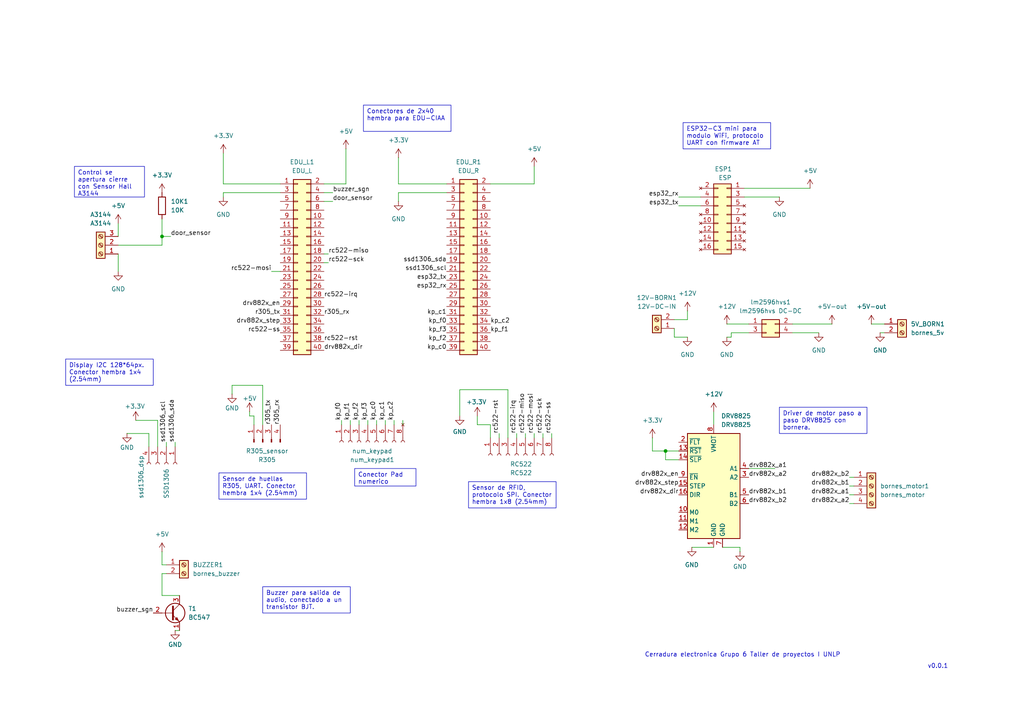
<source format=kicad_sch>
(kicad_sch (version 20250114) (generator "eeschema") (generator_version "9.0")
  (paper "A4")
  (lib_symbols
    (symbol "Conn_01x08_Socket_1" (pin_names (offset 1.016) (hide yes))
      (property "Reference" "Keypad1" (at 5.08 -1.27 90))
      (property "Value" "num_keypad" (at 2.54 -1.27 90))
      (symbol "Conn_01x08_Socket_1_1_1"
        (polyline (pts (xy -1.27 7.62) (xy -0.508 7.62)) (stroke (width 0.1524)))
        (polyline (pts (xy -1.27 5.08) (xy -0.508 5.08)) (stroke (width 0.1524)))
        (polyline (pts (xy -1.27 2.54) (xy -0.508 2.54)) (stroke (width 0.1524)))
        (polyline (pts (xy -1.27 0) (xy -0.508 0)) (stroke (width 0.1524)))
        (polyline (pts (xy -1.27 -2.54) (xy -0.508 -2.54)) (stroke (width 0.1524)))
        (polyline (pts (xy -1.27 -5.08) (xy -0.508 -5.08)) (stroke (width 0.1524)))
        (polyline (pts (xy -1.27 -7.62) (xy -0.508 -7.62)) (stroke (width 0.1524)))
        (polyline (pts (xy -1.27 -10.16) (xy -0.508 -10.16)) (stroke (width 0.1524)))
        (arc (start 0 7.112) (mid -0.5058 7.62) (end 0 8.128) (stroke (width 0.1524)))
        (arc (start 0 4.572) (mid -0.5058 5.08) (end 0 5.588) (stroke (width 0.1524)))
        (arc (start 0 2.032) (mid -0.5058 2.54) (end 0 3.048) (stroke (width 0.1524)))
        (arc (start 0 -0.508) (mid -0.5058 0) (end 0 0.508) (stroke (width 0.1524)))
        (arc (start 0 -3.048) (mid -0.5058 -2.54) (end 0 -2.032) (stroke (width 0.1524)))
        (arc (start 0 -5.588) (mid -0.5058 -5.08) (end 0 -4.572) (stroke (width 0.1524)))
        (arc (start 0 -8.128) (mid -0.5058 -7.62) (end 0 -7.112) (stroke (width 0.1524)))
        (arc (start 0 -10.668) (mid -0.5058 -10.16) (end 0 -9.652) (stroke (width 0.1524)))
        (pin passive line (at -5.08 7.62 0) (length 3.81) (name "F0") (number "1"))
        (pin passive line (at -5.08 5.08 0) (length 3.81) (name "F1") (number "2"))
        (pin passive line (at -5.08 2.54 0) (length 3.81) (name "F2") (number "3"))
        (pin passive line (at -5.08 0 0) (length 3.81) (name "F3") (number "4"))
        (pin passive line (at -5.08 -2.54 0) (length 3.81) (name "C0") (number "5"))
        (pin passive line (at -5.08 -5.08 0) (length 3.81) (name "C1") (number "6"))
        (pin passive line (at -5.08 -7.62 0) (length 3.81) (name "C2") (number "7"))
        (pin no_connect line (at -5.08 -10.16 0) (length 3.81) (name "Pin_8") (number "8"))
      )
    )
    (symbol "Connector:Conn_01x04_Pin" (pin_names (offset 1.016) (hide yes))
      (property "Reference" "R305" (at -5.08 -1.27 90))
      (property "Value" "R305_sensor" (at -2.54 -1.27 90))
      (symbol "Conn_01x04_Pin_1_1"
        (rectangle (start 0.8636 2.667) (end 0 2.413) (stroke (width 0.1524)) (fill (type outline)))
        (rectangle (start 0.8636 0.127) (end 0 -0.127) (stroke (width 0.1524)) (fill (type outline)))
        (rectangle (start 0.8636 -2.413) (end 0 -2.667) (stroke (width 0.1524)) (fill (type outline)))
        (rectangle (start 0.8636 -4.953) (end 0 -5.207) (stroke (width 0.1524)) (fill (type outline)))
        (polyline (pts (xy 1.27 2.54) (xy 0.8636 2.54)) (stroke (width 0.1524)))
        (polyline (pts (xy 1.27 0) (xy 0.8636 0)) (stroke (width 0.1524)))
        (polyline (pts (xy 1.27 -2.54) (xy 0.8636 -2.54)) (stroke (width 0.1524)))
        (polyline (pts (xy 1.27 -5.08) (xy 0.8636 -5.08)) (stroke (width 0.1524)))
        (pin passive line (at 5.08 2.54 180) (length 3.81) (name "5v") (number "1"))
        (pin passive line (at 5.08 0 180) (length 3.81) (name "GND") (number "2"))
        (pin passive line (at 5.08 -2.54 180) (length 3.81) (name "TX") (number "3"))
        (pin passive line (at 5.08 -5.08 180) (length 3.81) (name "RX") (number "4"))
      )
    )
    (symbol "Connector:Conn_01x04_Socket" (pin_names (offset 1.016) (hide yes))
      (property "Reference" "SSD1306" (at 1.27 0.0001 0))
      (property "Value" "ssd1306_dsp" (at -2.54 -7.366 0))
      (symbol "Conn_01x04_Socket_1_1"
        (polyline (pts (xy -1.27 2.54) (xy -0.508 2.54)) (stroke (width 0.1524)))
        (polyline (pts (xy -1.27 0) (xy -0.508 0)) (stroke (width 0.1524)))
        (polyline (pts (xy -1.27 -2.54) (xy -0.508 -2.54)) (stroke (width 0.1524)))
        (polyline (pts (xy -1.27 -5.08) (xy -0.508 -5.08)) (stroke (width 0.1524)))
        (arc (start 0 2.032) (mid -0.5058 2.54) (end 0 3.048) (stroke (width 0.1524)))
        (arc (start 0 -0.508) (mid -0.5058 0) (end 0 0.508) (stroke (width 0.1524)))
        (arc (start 0 -3.048) (mid -0.5058 -2.54) (end 0 -2.032) (stroke (width 0.1524)))
        (arc (start 0 -5.588) (mid -0.5058 -5.08) (end 0 -4.572) (stroke (width 0.1524)))
        (pin passive line (at -5.08 2.54 0) (length 3.81) (name "sda") (number "1"))
        (pin passive line (at -5.08 0 0) (length 3.81) (name "scl") (number "2"))
        (pin passive line (at -5.08 -2.54 0) (length 3.81) (name "3v") (number "3"))
        (pin passive line (at -5.08 -5.08 0) (length 3.81) (name "gnd") (number "4"))
      )
    )
    (symbol "Connector:Conn_01x08_Socket" (pin_names (offset 1.016) (hide yes))
      (property "Reference" "J" (at 0 10.16 0))
      (property "Value" "Conn_01x08_Socket" (at 0 -12.7 0))
      (symbol "Conn_01x08_Socket_1_1"
        (polyline (pts (xy -1.27 7.62) (xy -0.508 7.62)) (stroke (width 0.1524)))
        (polyline (pts (xy -1.27 5.08) (xy -0.508 5.08)) (stroke (width 0.1524)))
        (polyline (pts (xy -1.27 2.54) (xy -0.508 2.54)) (stroke (width 0.1524)))
        (polyline (pts (xy -1.27 0) (xy -0.508 0)) (stroke (width 0.1524)))
        (polyline (pts (xy -1.27 -2.54) (xy -0.508 -2.54)) (stroke (width 0.1524)))
        (polyline (pts (xy -1.27 -5.08) (xy -0.508 -5.08)) (stroke (width 0.1524)))
        (polyline (pts (xy -1.27 -7.62) (xy -0.508 -7.62)) (stroke (width 0.1524)))
        (polyline (pts (xy -1.27 -10.16) (xy -0.508 -10.16)) (stroke (width 0.1524)))
        (arc (start 0 7.112) (mid -0.5058 7.62) (end 0 8.128) (stroke (width 0.1524)))
        (arc (start 0 4.572) (mid -0.5058 5.08) (end 0 5.588) (stroke (width 0.1524)))
        (arc (start 0 2.032) (mid -0.5058 2.54) (end 0 3.048) (stroke (width 0.1524)))
        (arc (start 0 -0.508) (mid -0.5058 0) (end 0 0.508) (stroke (width 0.1524)))
        (arc (start 0 -3.048) (mid -0.5058 -2.54) (end 0 -2.032) (stroke (width 0.1524)))
        (arc (start 0 -5.588) (mid -0.5058 -5.08) (end 0 -4.572) (stroke (width 0.1524)))
        (arc (start 0 -8.128) (mid -0.5058 -7.62) (end 0 -7.112) (stroke (width 0.1524)))
        (arc (start 0 -10.668) (mid -0.5058 -10.16) (end 0 -9.652) (stroke (width 0.1524)))
        (pin passive line (at -5.08 7.62 0) (length 3.81) (name "Pin_1") (number "1"))
        (pin passive line (at -5.08 5.08 0) (length 3.81) (name "Pin_2") (number "2"))
        (pin passive line (at -5.08 2.54 0) (length 3.81) (name "Pin_3") (number "3"))
        (pin passive line (at -5.08 0 0) (length 3.81) (name "Pin_4") (number "4"))
        (pin passive line (at -5.08 -2.54 0) (length 3.81) (name "Pin_5") (number "5"))
        (pin passive line (at -5.08 -5.08 0) (length 3.81) (name "Pin_6") (number "6"))
        (pin passive line (at -5.08 -7.62 0) (length 3.81) (name "Pin_7") (number "7"))
        (pin passive line (at -5.08 -10.16 0) (length 3.81) (name "Pin_8") (number "8"))
      )
    )
    (symbol "Connector:Screw_Terminal_01x02" (pin_names (offset 1.016) (hide yes))
      (property "Reference" "J" (at 0 2.54 0))
      (property "Value" "Screw_Terminal_01x02" (at 0 -5.08 0))
      (symbol "Screw_Terminal_01x02_1_1"
        (rectangle (start -1.27 1.27) (end 1.27 -3.81) (stroke (width 0.254)) (fill (type background)))
        (polyline (pts (xy -0.5334 0.3302) (xy 0.3302 -0.508)) (stroke (width 0.1524)))
        (polyline (pts (xy -0.5334 -2.2098) (xy 0.3302 -3.048)) (stroke (width 0.1524)))
        (polyline (pts (xy -0.3556 0.508) (xy 0.508 -0.3302)) (stroke (width 0.1524)))
        (polyline (pts (xy -0.3556 -2.032) (xy 0.508 -2.8702)) (stroke (width 0.1524)))
        (circle (center 0 0) (radius 0.635) (stroke (width 0.1524)))
        (circle (center 0 -2.54) (radius 0.635) (stroke (width 0.1524)))
        (pin passive line (at -5.08 0 0) (length 3.81) (name "Pin_1") (number "1"))
        (pin passive line (at -5.08 -2.54 0) (length 3.81) (name "Pin_2") (number "2"))
      )
    )
    (symbol "Connector:Screw_Terminal_01x03" (pin_names (offset 1.016) (hide yes))
      (property "Reference" "J" (at 0 5.08 0))
      (property "Value" "Screw_Terminal_01x03" (at 0 -5.08 0))
      (symbol "Screw_Terminal_01x03_1_1"
        (rectangle (start -1.27 3.81) (end 1.27 -3.81) (stroke (width 0.254)) (fill (type background)))
        (polyline (pts (xy -0.5334 2.8702) (xy 0.3302 2.032)) (stroke (width 0.1524)))
        (polyline (pts (xy -0.5334 0.3302) (xy 0.3302 -0.508)) (stroke (width 0.1524)))
        (polyline (pts (xy -0.5334 -2.2098) (xy 0.3302 -3.048)) (stroke (width 0.1524)))
        (polyline (pts (xy -0.3556 3.048) (xy 0.508 2.2098)) (stroke (width 0.1524)))
        (polyline (pts (xy -0.3556 0.508) (xy 0.508 -0.3302)) (stroke (width 0.1524)))
        (polyline (pts (xy -0.3556 -2.032) (xy 0.508 -2.8702)) (stroke (width 0.1524)))
        (circle (center 0 2.54) (radius 0.635) (stroke (width 0.1524)))
        (circle (center 0 0) (radius 0.635) (stroke (width 0.1524)))
        (circle (center 0 -2.54) (radius 0.635) (stroke (width 0.1524)))
        (pin passive line (at -5.08 2.54 0) (length 3.81) (name "Pin_1") (number "1"))
        (pin passive line (at -5.08 0 0) (length 3.81) (name "Pin_2") (number "2"))
        (pin passive line (at -5.08 -2.54 0) (length 3.81) (name "Pin_3") (number "3"))
      )
    )
    (symbol "Connector:Screw_Terminal_01x04" (pin_names (offset 1.016) (hide yes))
      (property "Reference" "J" (at 0 5.08 0))
      (property "Value" "Screw_Terminal_01x04" (at 0 -7.62 0))
      (symbol "Screw_Terminal_01x04_1_1"
        (rectangle (start -1.27 3.81) (end 1.27 -6.35) (stroke (width 0.254)) (fill (type background)))
        (polyline (pts (xy -0.5334 2.8702) (xy 0.3302 2.032)) (stroke (width 0.1524)))
        (polyline (pts (xy -0.5334 0.3302) (xy 0.3302 -0.508)) (stroke (width 0.1524)))
        (polyline (pts (xy -0.5334 -2.2098) (xy 0.3302 -3.048)) (stroke (width 0.1524)))
        (polyline (pts (xy -0.5334 -4.7498) (xy 0.3302 -5.588)) (stroke (width 0.1524)))
        (polyline (pts (xy -0.3556 3.048) (xy 0.508 2.2098)) (stroke (width 0.1524)))
        (polyline (pts (xy -0.3556 0.508) (xy 0.508 -0.3302)) (stroke (width 0.1524)))
        (polyline (pts (xy -0.3556 -2.032) (xy 0.508 -2.8702)) (stroke (width 0.1524)))
        (polyline (pts (xy -0.3556 -4.572) (xy 0.508 -5.4102)) (stroke (width 0.1524)))
        (circle (center 0 2.54) (radius 0.635) (stroke (width 0.1524)))
        (circle (center 0 0) (radius 0.635) (stroke (width 0.1524)))
        (circle (center 0 -2.54) (radius 0.635) (stroke (width 0.1524)))
        (circle (center 0 -5.08) (radius 0.635) (stroke (width 0.1524)))
        (pin passive line (at -5.08 2.54 0) (length 3.81) (name "Pin_1") (number "1"))
        (pin passive line (at -5.08 0 0) (length 3.81) (name "Pin_2") (number "2"))
        (pin passive line (at -5.08 -2.54 0) (length 3.81) (name "Pin_3") (number "3"))
        (pin passive line (at -5.08 -5.08 0) (length 3.81) (name "Pin_4") (number "4"))
      )
    )
    (symbol "Connector_Generic:Conn_02x02_Odd_Even" (pin_names (offset 1.016) (hide yes))
      (property "Reference" "lm2596hvs1" (at 1.27 6.35 0))
      (property "Value" "lm2596hvs DC-DC" (at 1.27 3.81 0))
      (symbol "Conn_02x02_Odd_Even_1_1"
        (rectangle (start -1.27 1.27) (end 3.81 -3.81) (stroke (width 0.254)) (fill (type background)))
        (rectangle (start -1.27 0.127) (end 0 -0.127) (stroke (width 0.1524)))
        (rectangle (start -1.27 -2.413) (end 0 -2.667) (stroke (width 0.1524)))
        (rectangle (start 3.81 0.127) (end 2.54 -0.127) (stroke (width 0.1524)))
        (rectangle (start 3.81 -2.413) (end 2.54 -2.667) (stroke (width 0.1524)))
        (pin passive line (at -5.08 0 0) (length 3.81) (name "in+") (number "1"))
        (pin passive line (at -5.08 -2.54 0) (length 3.81) (name "in-") (number "3"))
        (pin passive line (at 7.62 0 180) (length 3.81) (name "out+") (number "2"))
        (pin passive line (at 7.62 -2.54 180) (length 3.81) (name "out-") (number "4"))
      )
    )
    (symbol "Connector_Generic:Conn_02x08_Odd_Even" (pin_names (offset 1.016) (hide yes))
      (property "Reference" "ESP" (at 0.254 13.208 0))
      (property "Value" "ESP32_SOCKET" (at 0.762 10.668 0))
      (symbol "Conn_02x08_Odd_Even_1_1"
        (rectangle (start -2.54 7.747) (end -1.27 7.493) (stroke (width 0.1524)))
        (rectangle (start -2.54 5.207) (end -1.27 4.953) (stroke (width 0.1524)))
        (rectangle (start -2.54 2.667) (end -1.27 2.413) (stroke (width 0.1524)))
        (rectangle (start -2.54 0.127) (end -1.27 -0.127) (stroke (width 0.1524)))
        (rectangle (start -2.54 -2.413) (end -1.27 -2.667) (stroke (width 0.1524)))
        (rectangle (start -2.54 -4.953) (end -1.27 -5.207) (stroke (width 0.1524)))
        (rectangle (start -2.54 -7.493) (end -1.27 -7.747) (stroke (width 0.1524)))
        (rectangle (start -2.54 -10.033) (end -1.27 -10.287) (stroke (width 0.1524)))
        (rectangle (start 2.54 8.89) (end -2.54 -11.43) (stroke (width 0.254)) (fill (type background)))
        (rectangle (start 2.54 7.747) (end 1.27 7.493) (stroke (width 0.1524)))
        (rectangle (start 2.54 5.207) (end 1.27 4.953) (stroke (width 0.1524)))
        (rectangle (start 2.54 2.667) (end 1.27 2.413) (stroke (width 0.1524)))
        (rectangle (start 2.54 0.127) (end 1.27 -0.127) (stroke (width 0.1524)))
        (rectangle (start 2.54 -2.413) (end 1.27 -2.667) (stroke (width 0.1524)))
        (rectangle (start 2.54 -4.953) (end 1.27 -5.207) (stroke (width 0.1524)))
        (rectangle (start 2.54 -7.493) (end 1.27 -7.747) (stroke (width 0.1524)))
        (rectangle (start 2.54 -10.033) (end 1.27 -10.287) (stroke (width 0.1524)))
        (pin no_connect line (at -6.35 7.62 0) (length 3.81) (name "Pin_2") (number "2"))
        (pin passive line (at -6.35 5.08 0) (length 3.81) (name "RX") (number "4"))
        (pin passive line (at -6.35 2.54 0) (length 3.81) (name "TX") (number "6"))
        (pin no_connect line (at -6.35 0 0) (length 3.81) (name "Pin_8") (number "8"))
        (pin no_connect line (at -6.35 -2.54 0) (length 3.81) (name "Pin_10") (number "10"))
        (pin no_connect line (at -6.35 -5.08 0) (length 3.81) (name "Pin_12") (number "12"))
        (pin no_connect line (at -6.35 -7.62 0) (length 3.81) (name "Pin_14") (number "14"))
        (pin no_connect line (at -6.35 -10.16 0) (length 3.81) (name "Pin_16") (number "16"))
        (pin passive line (at 6.35 7.62 180) (length 3.81) (name "5v") (number "1"))
        (pin passive line (at 6.35 5.08 180) (length 3.81) (name "G") (number "3"))
        (pin no_connect line (at 6.35 2.54 180) (length 3.81) (name "3v") (number "5"))
        (pin no_connect line (at 6.35 0 180) (length 3.81) (name "Pin_7") (number "7"))
        (pin no_connect line (at 6.35 -2.54 180) (length 3.81) (name "Pin_9") (number "9"))
        (pin no_connect line (at 6.35 -5.08 180) (length 3.81) (name "Pin_11") (number "11"))
        (pin no_connect line (at 6.35 -7.62 180) (length 3.81) (name "Pin_13") (number "13"))
        (pin no_connect line (at 6.35 -10.16 180) (length 3.81) (name "Pin_15") (number "15"))
      )
    )
    (symbol "Connector_Generic:Conn_02x20_Odd_Even" (pin_names (offset 1.016) (hide yes))
      (property "Reference" "J" (at 1.27 25.4 0))
      (property "Value" "Conn_02x20_Odd_Even" (at 1.27 -27.94 0))
      (symbol "Conn_02x20_Odd_Even_1_1"
        (rectangle (start -1.27 24.13) (end 3.81 -26.67) (stroke (width 0.254)) (fill (type background)))
        (rectangle (start -1.27 22.987) (end 0 22.733) (stroke (width 0.1524)))
        (rectangle (start -1.27 20.447) (end 0 20.193) (stroke (width 0.1524)))
        (rectangle (start -1.27 17.907) (end 0 17.653) (stroke (width 0.1524)))
        (rectangle (start -1.27 15.367) (end 0 15.113) (stroke (width 0.1524)))
        (rectangle (start -1.27 12.827) (end 0 12.573) (stroke (width 0.1524)))
        (rectangle (start -1.27 10.287) (end 0 10.033) (stroke (width 0.1524)))
        (rectangle (start -1.27 7.747) (end 0 7.493) (stroke (width 0.1524)))
        (rectangle (start -1.27 5.207) (end 0 4.953) (stroke (width 0.1524)))
        (rectangle (start -1.27 2.667) (end 0 2.413) (stroke (width 0.1524)))
        (rectangle (start -1.27 0.127) (end 0 -0.127) (stroke (width 0.1524)))
        (rectangle (start -1.27 -2.413) (end 0 -2.667) (stroke (width 0.1524)))
        (rectangle (start -1.27 -4.953) (end 0 -5.207) (stroke (width 0.1524)))
        (rectangle (start -1.27 -7.493) (end 0 -7.747) (stroke (width 0.1524)))
        (rectangle (start -1.27 -10.033) (end 0 -10.287) (stroke (width 0.1524)))
        (rectangle (start -1.27 -12.573) (end 0 -12.827) (stroke (width 0.1524)))
        (rectangle (start -1.27 -15.113) (end 0 -15.367) (stroke (width 0.1524)))
        (rectangle (start -1.27 -17.653) (end 0 -17.907) (stroke (width 0.1524)))
        (rectangle (start -1.27 -20.193) (end 0 -20.447) (stroke (width 0.1524)))
        (rectangle (start -1.27 -22.733) (end 0 -22.987) (stroke (width 0.1524)))
        (rectangle (start -1.27 -25.273) (end 0 -25.527) (stroke (width 0.1524)))
        (rectangle (start 3.81 22.987) (end 2.54 22.733) (stroke (width 0.1524)))
        (rectangle (start 3.81 20.447) (end 2.54 20.193) (stroke (width 0.1524)))
        (rectangle (start 3.81 17.907) (end 2.54 17.653) (stroke (width 0.1524)))
        (rectangle (start 3.81 15.367) (end 2.54 15.113) (stroke (width 0.1524)))
        (rectangle (start 3.81 12.827) (end 2.54 12.573) (stroke (width 0.1524)))
        (rectangle (start 3.81 10.287) (end 2.54 10.033) (stroke (width 0.1524)))
        (rectangle (start 3.81 7.747) (end 2.54 7.493) (stroke (width 0.1524)))
        (rectangle (start 3.81 5.207) (end 2.54 4.953) (stroke (width 0.1524)))
        (rectangle (start 3.81 2.667) (end 2.54 2.413) (stroke (width 0.1524)))
        (rectangle (start 3.81 0.127) (end 2.54 -0.127) (stroke (width 0.1524)))
        (rectangle (start 3.81 -2.413) (end 2.54 -2.667) (stroke (width 0.1524)))
        (rectangle (start 3.81 -4.953) (end 2.54 -5.207) (stroke (width 0.1524)))
        (rectangle (start 3.81 -7.493) (end 2.54 -7.747) (stroke (width 0.1524)))
        (rectangle (start 3.81 -10.033) (end 2.54 -10.287) (stroke (width 0.1524)))
        (rectangle (start 3.81 -12.573) (end 2.54 -12.827) (stroke (width 0.1524)))
        (rectangle (start 3.81 -15.113) (end 2.54 -15.367) (stroke (width 0.1524)))
        (rectangle (start 3.81 -17.653) (end 2.54 -17.907) (stroke (width 0.1524)))
        (rectangle (start 3.81 -20.193) (end 2.54 -20.447) (stroke (width 0.1524)))
        (rectangle (start 3.81 -22.733) (end 2.54 -22.987) (stroke (width 0.1524)))
        (rectangle (start 3.81 -25.273) (end 2.54 -25.527) (stroke (width 0.1524)))
        (pin passive line (at -5.08 22.86 0) (length 3.81) (name "Pin_1") (number "1"))
        (pin passive line (at -5.08 20.32 0) (length 3.81) (name "Pin_3") (number "3"))
        (pin passive line (at -5.08 17.78 0) (length 3.81) (name "Pin_5") (number "5"))
        (pin passive line (at -5.08 15.24 0) (length 3.81) (name "Pin_7") (number "7"))
        (pin passive line (at -5.08 12.7 0) (length 3.81) (name "Pin_9") (number "9"))
        (pin passive line (at -5.08 10.16 0) (length 3.81) (name "Pin_11") (number "11"))
        (pin passive line (at -5.08 7.62 0) (length 3.81) (name "Pin_13") (number "13"))
        (pin passive line (at -5.08 5.08 0) (length 3.81) (name "Pin_15") (number "15"))
        (pin passive line (at -5.08 2.54 0) (length 3.81) (name "Pin_17") (number "17"))
        (pin passive line (at -5.08 0 0) (length 3.81) (name "Pin_19") (number "19"))
        (pin passive line (at -5.08 -2.54 0) (length 3.81) (name "Pin_21") (number "21"))
        (pin passive line (at -5.08 -5.08 0) (length 3.81) (name "Pin_23") (number "23"))
        (pin passive line (at -5.08 -7.62 0) (length 3.81) (name "Pin_25") (number "25"))
        (pin passive line (at -5.08 -10.16 0) (length 3.81) (name "Pin_27") (number "27"))
        (pin passive line (at -5.08 -12.7 0) (length 3.81) (name "Pin_29") (number "29"))
        (pin passive line (at -5.08 -15.24 0) (length 3.81) (name "Pin_31") (number "31"))
        (pin passive line (at -5.08 -17.78 0) (length 3.81) (name "Pin_33") (number "33"))
        (pin passive line (at -5.08 -20.32 0) (length 3.81) (name "Pin_35") (number "35"))
        (pin passive line (at -5.08 -22.86 0) (length 3.81) (name "Pin_37") (number "37"))
        (pin passive line (at -5.08 -25.4 0) (length 3.81) (name "Pin_39") (number "39"))
        (pin passive line (at 7.62 22.86 180) (length 3.81) (name "Pin_2") (number "2"))
        (pin passive line (at 7.62 20.32 180) (length 3.81) (name "Pin_4") (number "4"))
        (pin passive line (at 7.62 17.78 180) (length 3.81) (name "Pin_6") (number "6"))
        (pin passive line (at 7.62 15.24 180) (length 3.81) (name "Pin_8") (number "8"))
        (pin passive line (at 7.62 12.7 180) (length 3.81) (name "Pin_10") (number "10"))
        (pin passive line (at 7.62 10.16 180) (length 3.81) (name "Pin_12") (number "12"))
        (pin passive line (at 7.62 7.62 180) (length 3.81) (name "Pin_14") (number "14"))
        (pin passive line (at 7.62 5.08 180) (length 3.81) (name "Pin_16") (number "16"))
        (pin passive line (at 7.62 2.54 180) (length 3.81) (name "Pin_18") (number "18"))
        (pin passive line (at 7.62 0 180) (length 3.81) (name "Pin_20") (number "20"))
        (pin passive line (at 7.62 -2.54 180) (length 3.81) (name "Pin_22") (number "22"))
        (pin passive line (at 7.62 -5.08 180) (length 3.81) (name "Pin_24") (number "24"))
        (pin passive line (at 7.62 -7.62 180) (length 3.81) (name "Pin_26") (number "26"))
        (pin passive line (at 7.62 -10.16 180) (length 3.81) (name "Pin_28") (number "28"))
        (pin passive line (at 7.62 -12.7 180) (length 3.81) (name "Pin_30") (number "30"))
        (pin passive line (at 7.62 -15.24 180) (length 3.81) (name "Pin_32") (number "32"))
        (pin passive line (at 7.62 -17.78 180) (length 3.81) (name "Pin_34") (number "34"))
        (pin passive line (at 7.62 -20.32 180) (length 3.81) (name "Pin_36") (number "36"))
        (pin passive line (at 7.62 -22.86 180) (length 3.81) (name "Pin_38") (number "38"))
        (pin passive line (at 7.62 -25.4 180) (length 3.81) (name "Pin_40") (number "40"))
      )
    )
    (symbol "Device:R" (pin_numbers (hide yes)) (pin_names (offset 0))
      (property "Reference" "R" (at 2.032 0 90))
      (property "Value" "R" (at 0 0 90))
      (symbol "R_0_1"
        (rectangle (start -1.016 -2.54) (end 1.016 2.54) (stroke (width 0.254)))
      )
      (symbol "R_1_1"
        (pin passive line (at 0 3.81 270) (length 1.27) (name "~") (number "1"))
        (pin passive line (at 0 -3.81 90) (length 1.27) (name "~") (number "2"))
      )
    )
    (symbol "Driver_Motor:Pololu_Breakout_DRV8825"
      (property "Reference" "A" (at -2.54 16.51 0))
      (property "Value" "Pololu_Breakout_DRV8825" (at -2.54 13.97 0))
      (symbol "Pololu_Breakout_DRV8825_0_1"
        (rectangle (start 7.62 -17.78) (end -7.62 12.7) (stroke (width 0.254)) (fill (type background)))
      )
      (symbol "Pololu_Breakout_DRV8825_1_1"
        (pin output line (at -10.16 10.16 0) (length 2.54) (name "~{FLT}") (number "2"))
        (pin input line (at -10.16 7.62 0) (length 2.54) (name "~{RST}") (number "13"))
        (pin input line (at -10.16 5.08 0) (length 2.54) (name "~{SLP}") (number "14"))
        (pin input line (at -10.16 0 0) (length 2.54) (name "~{EN}") (number "9"))
        (pin input line (at -10.16 -2.54 0) (length 2.54) (name "STEP") (number "15"))
        (pin input line (at -10.16 -5.08 0) (length 2.54) (name "DIR") (number "16"))
        (pin input line (at -10.16 -10.16 0) (length 2.54) (name "M0") (number "10"))
        (pin input line (at -10.16 -12.7 0) (length 2.54) (name "M1") (number "11"))
        (pin input line (at -10.16 -15.24 0) (length 2.54) (name "M2") (number "12"))
        (pin power_in line (at 0 15.24 270) (length 2.54) (name "VMOT") (number "8"))
        (pin power_in line (at 0 -20.32 90) (length 2.54) (name "GND") (number "1"))
        (pin power_in line (at 2.54 -20.32 90) (length 2.54) (name "GND") (number "7"))
        (pin output line (at 10.16 2.54 180) (length 2.54) (name "A1") (number "4"))
        (pin output line (at 10.16 0 180) (length 2.54) (name "A2") (number "3"))
        (pin output line (at 10.16 -5.08 180) (length 2.54) (name "B1") (number "5"))
        (pin output line (at 10.16 -7.62 180) (length 2.54) (name "B2") (number "6"))
      )
    )
    (symbol "Transistor_BJT:PN2222A" (pin_names (offset 0) (hide yes))
      (property "Reference" "Q" (at 5.08 1.905 0))
      (property "Value" "PN2222A" (at 5.08 0 0))
      (symbol "PN2222A_0_1"
        (polyline (pts (xy -2.54 0) (xy 0.635 0)))
        (polyline (pts (xy 0.635 1.905) (xy 0.635 -1.905)) (stroke (width 0.508)))
        (circle (center 1.27 0) (radius 2.8194) (stroke (width 0.254)))
      )
      (symbol "PN2222A_1_1"
        (polyline (pts (xy 0.635 0.635) (xy 2.54 2.54)))
        (polyline (pts (xy 0.635 -0.635) (xy 2.54 -2.54)))
        (polyline (pts (xy 1.27 -1.778) (xy 1.778 -1.27) (xy 2.286 -2.286) (xy 1.27 -1.778)) (fill (type outline)))
        (pin input line (at -5.08 0 0) (length 2.54) (name "B") (number "2"))
        (pin passive line (at 2.54 5.08 270) (length 2.54) (name "C") (number "3"))
        (pin passive line (at 2.54 -5.08 90) (length 2.54) (name "E") (number "1"))
      )
    )
    (symbol "power:+12V" (power) (pin_numbers (hide yes)) (pin_names (offset 0) (hide yes))
      (property "Value" "+12V" (at 0 3.556 0))
      (symbol "+12V_0_1"
        (polyline (pts (xy -0.762 1.27) (xy 0 2.54)))
        (polyline (pts (xy 0 2.54) (xy 0.762 1.27)))
        (polyline (pts (xy 0 0) (xy 0 2.54)))
      )
      (symbol "+12V_1_1"
        (pin power_in line (at 0 0 90) (length 0) (name "~") (number "1"))
      )
    )
    (symbol "power:+3.3V" (power) (pin_numbers (hide yes)) (pin_names (offset 0) (hide yes))
      (property "Value" "+3.3V" (at 0 3.556 0))
      (symbol "+3.3V_0_1"
        (polyline (pts (xy -0.762 1.27) (xy 0 2.54)))
        (polyline (pts (xy 0 2.54) (xy 0.762 1.27)))
        (polyline (pts (xy 0 0) (xy 0 2.54)))
      )
      (symbol "+3.3V_1_1"
        (pin power_in line (at 0 0 90) (length 0) (name "~") (number "1"))
      )
    )
    (symbol "power:+5V" (power) (pin_numbers (hide yes)) (pin_names (offset 0) (hide yes))
      (property "Value" "+5V" (at 0 3.556 0))
      (symbol "+5V_0_1"
        (polyline (pts (xy -0.762 1.27) (xy 0 2.54)))
        (polyline (pts (xy 0 2.54) (xy 0.762 1.27)))
        (polyline (pts (xy 0 0) (xy 0 2.54)))
      )
      (symbol "+5V_1_1"
        (pin power_in line (at 0 0 90) (length 0) (name "~") (number "1"))
      )
    )
    (symbol "power:GND" (power) (pin_numbers (hide yes)) (pin_names (offset 0) (hide yes))
      (property "Value" "GND" (at 0 -3.81 0))
      (symbol "GND_0_1"
        (polyline (pts (xy 0 0) (xy 0 -1.27) (xy 1.27 -1.27) (xy 0 -2.54) (xy -1.27 -1.27) (xy 0 -1.27)))
      )
      (symbol "GND_1_1"
        (pin power_in line (at 0 0 270) (length 0) (name "~") (number "1"))
      )
    )
  )
  (text "v0.0.1" (at 272.034 193.294 0) (effects (font (size 1.27 1.27))))
  (text "Cerradura electronica Grupo 6 Taller de proyectos I UNLP" (at 215.392 189.992 0) (effects (font (size 1.27 1.27))))
  (text_box "Driver de motor paso a paso DRV8825 con bornera." (at 226.06 118.11 0) (size 25.4 7.62) (margins 0.9525 0.9525 0.9525 0.9525) (effects (font (size 1.27 1.27)) (justify left top)))
  (text_box "Display I2C 128*64px. Conector hembra 1x4 (2.54mm)" (at 19.05 104.14 0) (size 25.4 7.62) (margins 0.9525 0.9525 0.9525 0.9525) (effects (font (size 1.27 1.27)) (justify left top)))
  (text_box "Control se apertura cierre con Sensor Hall A3144" (at 21.59 48.26 0) (size 20.32 8.89) (margins 0.9525 0.9525 0.9525 0.9525) (effects (font (size 1.27 1.27)) (justify left top)))
  (text_box "Conectores de 2x40 hembra para EDU-CIAA" (at 105.41 30.48 0) (size 25.4 7.62) (margins 0.9525 0.9525 0.9525 0.9525) (effects (font (size 1.27 1.27)) (justify left top)))
  (text_box "Buzzer para salida de audio, conectado a un transistor BJT." (at 76.2 170.18 0) (size 25.4 7.62) (margins 0.9525 0.9525 0.9525 0.9525) (effects (font (size 1.27 1.27)) (justify left top)))
  (text_box "Conector Pad numerico" (at 102.87 135.89 0) (size 17.78 5.08) (margins 0.9525 0.9525 0.9525 0.9525) (effects (font (size 1.27 1.27)) (justify left top)))
  (text_box "ESP32-C3 mini para modulo WiFi, protocolo UART con firmware AT" (at 198.12 35.56 0) (size 25.4 7.62) (margins 0.9525 0.9525 0.9525 0.9525) (effects (font (size 1.27 1.27)) (justify left top)))
  (text_box "Sensor de huellas R305, UART. Conector hembra 1x4 (2.54mm)" (at 63.5 137.16 0) (size 25.4 7.62) (margins 0.9525 0.9525 0.9525 0.9525) (effects (font (size 1.27 1.27)) (justify left top)))
  (text_box "Sensor de RFID, protocolo SPI. Conector hembra 1x8 (2.54mm)" (at 135.89 139.7 0) (size 25.4 7.62) (margins 0.9525 0.9525 0.9525 0.9525) (effects (font (size 1.27 1.27)) (justify left top)))
  (junction (at 46.99 68.58))
  (junction (at 193.04 130.81))
  (wire (pts (xy 114.3 123.19) (xy 114.3 121.92)))
  (wire (pts (xy 48.26 166.37) (xy 46.99 166.37)))
  (wire (pts (xy 229.87 96.52) (xy 237.49 96.52)))
  (wire (pts (xy 196.85 59.69) (xy 203.2 59.69)))
  (wire (pts (xy 72.39 119.38) (xy 72.39 120.65)))
  (wire (pts (xy 115.57 58.42) (xy 115.57 55.88)))
  (wire (pts (xy 99.06 123.19) (xy 99.06 121.92)))
  (wire (pts (xy 149.86 127) (xy 149.86 125.73)))
  (wire (pts (xy 100.33 53.34) (xy 100.33 43.18)))
  (wire (pts (xy 247.65 146.05) (xy 246.38 146.05)))
  (wire (pts (xy 210.82 93.98) (xy 217.17 93.98)))
  (wire (pts (xy 52.07 182.88) (xy 50.8 182.88)))
  (wire (pts (xy 133.35 113.03) (xy 133.35 120.65)))
  (wire (pts (xy 64.77 55.88) (xy 81.28 55.88)))
  (wire (pts (xy 109.22 123.19) (xy 109.22 121.92)))
  (wire (pts (xy 104.14 123.19) (xy 104.14 121.92)))
  (wire (pts (xy 46.99 71.12) (xy 46.99 68.58)))
  (wire (pts (xy 36.83 125.73) (xy 43.18 125.73)))
  (wire (pts (xy 116.84 123.19) (xy 116.84 121.92)))
  (wire (pts (xy 64.77 57.15) (xy 64.77 55.88)))
  (wire (pts (xy 212.09 96.52) (xy 217.17 96.52)))
  (wire (pts (xy 64.77 44.45) (xy 64.77 53.34)))
  (wire (pts (xy 154.94 127) (xy 154.94 125.73)))
  (wire (pts (xy 229.87 93.98) (xy 241.3 93.98)))
  (wire (pts (xy 115.57 53.34) (xy 129.54 53.34)))
  (wire (pts (xy 46.99 63.5) (xy 46.99 68.58)))
  (wire (pts (xy 247.65 140.97) (xy 246.38 140.97)))
  (wire (pts (xy 48.26 129.54) (xy 48.26 128.27)))
  (wire (pts (xy 95.25 73.66) (xy 93.98 73.66)))
  (wire (pts (xy 101.6 123.19) (xy 101.6 121.92)))
  (wire (pts (xy 34.29 64.77) (xy 34.29 68.58)))
  (wire (pts (xy 255.27 96.52) (xy 256.54 96.52)))
  (wire (pts (xy 46.99 163.83) (xy 48.26 163.83)))
  (wire (pts (xy 111.76 123.19) (xy 111.76 121.92)))
  (wire (pts (xy 199.39 90.17) (xy 199.39 92.71)))
  (wire (pts (xy 93.98 53.34) (xy 100.33 53.34)))
  (wire (pts (xy 142.24 53.34) (xy 154.94 53.34)))
  (wire (pts (xy 115.57 55.88) (xy 129.54 55.88)))
  (wire (pts (xy 196.85 133.35) (xy 193.04 133.35)))
  (wire (pts (xy 50.8 129.54) (xy 50.8 128.27)))
  (wire (pts (xy 72.39 120.65) (xy 73.66 120.65)))
  (wire (pts (xy 144.78 127) (xy 144.78 125.73)))
  (wire (pts (xy 34.29 78.74) (xy 34.29 73.66)))
  (wire (pts (xy 96.52 55.88) (xy 93.98 55.88)))
  (wire (pts (xy 252.73 93.98) (xy 256.54 93.98)))
  (wire (pts (xy 46.99 160.02) (xy 46.99 163.83)))
  (wire (pts (xy 195.58 95.25) (xy 195.58 97.79)))
  (wire (pts (xy 200.66 158.75) (xy 207.01 158.75)))
  (wire (pts (xy 160.02 127) (xy 160.02 125.73)))
  (wire (pts (xy 95.25 76.2) (xy 93.98 76.2)))
  (wire (pts (xy 147.32 127) (xy 147.32 113.03)))
  (wire (pts (xy 209.55 158.75) (xy 214.63 158.75)))
  (wire (pts (xy 247.65 138.43) (xy 246.38 138.43)))
  (wire (pts (xy 193.04 130.81) (xy 189.23 130.81)))
  (wire (pts (xy 49.53 68.58) (xy 46.99 68.58)))
  (wire (pts (xy 43.18 125.73) (xy 43.18 129.54)))
  (wire (pts (xy 34.29 71.12) (xy 46.99 71.12)))
  (wire (pts (xy 78.74 78.74) (xy 81.28 78.74)))
  (wire (pts (xy 210.82 97.79) (xy 212.09 97.79)))
  (wire (pts (xy 46.99 166.37) (xy 46.99 172.72)))
  (wire (pts (xy 214.63 158.75) (xy 214.63 160.02)))
  (wire (pts (xy 73.66 120.65) (xy 73.66 123.19)))
  (wire (pts (xy 196.85 130.81) (xy 193.04 130.81)))
  (wire (pts (xy 147.32 113.03) (xy 133.35 113.03)))
  (wire (pts (xy 152.4 127) (xy 152.4 125.73)))
  (wire (pts (xy 212.09 97.79) (xy 212.09 96.52)))
  (wire (pts (xy 142.24 123.19) (xy 142.24 127)))
  (wire (pts (xy 67.31 111.76) (xy 67.31 114.3)))
  (wire (pts (xy 193.04 133.35) (xy 193.04 130.81)))
  (wire (pts (xy 115.57 45.72) (xy 115.57 53.34)))
  (wire (pts (xy 157.48 127) (xy 157.48 125.73)))
  (wire (pts (xy 76.2 123.19) (xy 76.2 111.76)))
  (wire (pts (xy 106.68 123.19) (xy 106.68 121.92)))
  (wire (pts (xy 195.58 97.79) (xy 199.39 97.79)))
  (wire (pts (xy 215.9 54.61) (xy 234.95 54.61)))
  (wire (pts (xy 215.9 57.15) (xy 226.06 57.15)))
  (wire (pts (xy 247.65 143.51) (xy 246.38 143.51)))
  (wire (pts (xy 45.72 129.54) (xy 45.72 121.92)))
  (wire (pts (xy 138.43 123.19) (xy 142.24 123.19)))
  (wire (pts (xy 76.2 111.76) (xy 67.31 111.76)))
  (wire (pts (xy 154.94 53.34) (xy 154.94 48.26)))
  (wire (pts (xy 45.72 121.92) (xy 39.37 121.92)))
  (wire (pts (xy 93.98 58.42) (xy 96.52 58.42)))
  (wire (pts (xy 199.39 92.71) (xy 195.58 92.71)))
  (wire (pts (xy 52.07 172.72) (xy 46.99 172.72)))
  (wire (pts (xy 217.17 135.89) (xy 224.79 135.89)))
  (wire (pts (xy 138.43 120.65) (xy 138.43 123.19)))
  (wire (pts (xy 196.85 57.15) (xy 203.2 57.15)))
  (wire (pts (xy 189.23 127) (xy 189.23 130.81)))
  (wire (pts (xy 64.77 53.34) (xy 81.28 53.34)))
  (wire (pts (xy 207.01 119.38) (xy 207.01 123.19)))
  (label "drv882x_a1" (at 217.17 135.89 0))
  (label "esp32_tx" (at 129.54 81.28 180))
  (label "drv882x_en" (at 196.85 138.43 180))
  (label "ssd1306_scl" (at 129.54 78.74 180))
  (label "r305_rx" (at 93.98 91.44 0))
  (label "drv882x_en" (at 81.28 88.9 180))
  (label "esp32_rx" (at 196.85 57.15 180))
  (label "door_sensor" (at 49.53 68.58 0))
  (label "kp_f3" (at 106.68 121.92 90))
  (label "buzzer_sgn" (at 44.45 177.8 180))
  (label "esp32_tx" (at 196.85 59.69 180))
  (label "kp_c0" (at 109.22 121.92 90))
  (label "drv882x_b1" (at 246.38 140.97 180))
  (label "kp_c0" (at 129.54 101.6 180))
  (label "drv882x_b2" (at 217.17 146.05 0))
  (label "esp32_rx" (at 129.54 83.82 180))
  (label "rc522-irq" (at 149.86 125.73 90))
  (label "kp_f1" (at 101.6 121.92 90))
  (label "kp_f0" (at 99.06 121.92 90))
  (label "rc522-mosi" (at 78.74 78.74 180))
  (label "drv882x_step" (at 196.85 140.97 180))
  (label "rc522-irq" (at 93.98 86.36 0))
  (label "kp_c1" (at 129.54 91.44 180))
  (label "ssd1306_sda" (at 129.54 76.2 180))
  (label "buzzer_sgn" (at 96.52 55.88 0))
  (label "kp_f2" (at 104.14 121.92 90))
  (label "kp_c2" (at 114.3 121.92 90))
  (label "drv882x_a2" (at 246.38 146.05 180))
  (label "rc522-sck" (at 157.48 125.73 90))
  (label "rc522-ss" (at 81.28 96.52 180))
  (label "rc522-miso" (at 95.25 73.66 0))
  (label "rc522-ss" (at 160.02 125.73 90))
  (label "kp_f2" (at 129.54 99.06 180))
  (label "rc522-mosi" (at 154.94 125.73 90))
  (label "drv882x_b1" (at 217.17 143.51 0))
  (label "rc522-rst" (at 144.78 125.73 90))
  (label "r305_tx" (at 78.74 123.19 90))
  (label "rc522-miso" (at 152.4 125.73 90))
  (label "kp_c2" (at 142.24 93.98 0))
  (label "ssd1306_sda" (at 50.8 128.27 90))
  (label "r305_tx" (at 81.28 91.44 180))
  (label "rc522-sck" (at 95.25 76.2 0))
  (label "kp_f3" (at 129.54 96.52 180))
  (label "kp_f1" (at 142.24 96.52 0))
  (label "drv882x_a2" (at 217.17 138.43 0))
  (label "kp_c1" (at 111.76 121.92 90))
  (label "ssd1306_scl" (at 48.26 128.27 90))
  (label "door_sensor" (at 96.52 58.42 0))
  (label "drv882x_a1" (at 246.38 143.51 180))
  (label "drv882x_dir" (at 196.85 143.51 180))
  (label "kp_f0" (at 129.54 93.98 180))
  (label "r305_rx" (at 81.28 123.19 90))
  (label "drv882x_dir" (at 93.98 101.6 0))
  (label "drv882x_b2" (at 246.38 138.43 180))
  (label "drv882x_step" (at 81.28 93.98 180))
  (label "rc522-rst" (at 93.98 99.06 0))
  (symbol (lib_id "power:+5V") (at 154.94 48.26 0) (unit 1)
    (property "Reference" "#PWR015" (effects (hide yes)))
    (property "Value" "+5V" (at 154.94 43.18 0))
    (property "Description" "Power symbol creates a global label with name \"+5V\"" (effects (hide yes)))
  )
  (symbol (lib_id "power:+3.3V") (at 46.99 55.88 0) (unit 1)
    (property "Reference" "#PWR019" (effects (hide yes)))
    (property "Value" "+3.3V" (at 46.99 50.8 0))
    (property "Description" "Power symbol creates a global label with name \"+3.3V\"" (effects (hide yes)))
  )
  (symbol (lib_id "power:+5V") (at 252.73 93.98 0) (unit 1)
    (property "Reference" "#PWR028" (effects (hide yes)))
    (property "Value" "+5V-out" (at 252.73 88.9 0))
    (property "Description" "Power symbol creates a global label with name \"+5V\"" (effects (hide yes)))
  )
  (symbol (lib_id "Transistor_BJT:PN2222A") (at 49.53 177.8 0) (unit 1)
    (property "Reference" "T1" (at 54.61 176.5299 0) (effects (justify left)))
    (property "Value" "BC547" (at 54.61 179.0699 0) (effects (justify left)))
    (property "Footprint" "Package_TO_SOT_THT:TO-92_Inline" (effects (hide yes)))
    (property "Datasheet" "https://www.onsemi.com/pub/Collateral/PN2222-D.PDF" (effects (hide yes)))
    (property "Description" "1A Ic, 40V Vce, NPN Transistor, General Purpose Transistor, TO-92" (effects (hide yes)))
  )
  (symbol (lib_id "power:+3.3V") (at 138.43 120.65 0) (unit 1)
    (property "Reference" "#PWR09" (effects (hide yes)))
    (property "Value" "+3.3V" (at 138.176 116.586 0))
    (property "Description" "Power symbol creates a global label with name \"+3.3V\"" (effects (hide yes)))
  )
  (symbol (lib_id "power:+5V") (at 100.33 43.18 0) (unit 1)
    (property "Reference" "#PWR02" (effects (hide yes)))
    (property "Value" "+5V" (at 100.33 38.1 0))
    (property "Description" "Power symbol creates a global label with name \"+5V\"" (effects (hide yes)))
  )
  (symbol (lib_id "power:GND") (at 226.06 57.15 0) (unit 1)
    (property "Reference" "#PWR020" (effects (hide yes)))
    (property "Value" "GND" (at 226.06 62.23 0))
    (property "Description" "Power symbol creates a global label with name \"GND\" , ground" (effects (hide yes)))
  )
  (symbol (lib_id "Connector:Conn_01x04_Pin") (at 76.2 128.27 90) (unit 1)
    (property "Reference" "R305" (at 77.47 133.35 90))
    (property "Value" "R305_sensor" (at 77.47 130.81 90))
    (property "Footprint" "Connector_PinSocket_2.54mm:PinSocket_1x04_P2.54mm_Vertical" (effects (hide yes)))
    (property "Description" "Generic connector, single row, 01x04, script generated" (effects (hide yes)))
  )
  (symbol (lib_id "power:GND") (at 115.57 58.42 0) (unit 1)
    (property "Reference" "#PWR022" (effects (hide yes)))
    (property "Value" "GND" (at 115.57 63.5 0))
    (property "Description" "Power symbol creates a global label with name \"GND\" , ground" (effects (hide yes)))
  )
  (symbol (lib_id "power:+3.3V") (at 115.57 45.72 0) (unit 1)
    (property "Reference" "#PWR021" (effects (hide yes)))
    (property "Value" "+3.3V" (at 115.57 40.64 0))
    (property "Description" "Power symbol creates a global label with name \"+3.3V\"" (effects (hide yes)))
  )
  (symbol (lib_id "Connector:Screw_Terminal_01x02") (at 190.5 95.25 180) (unit 1)
    (property "Reference" "12V-BORN1" (at 190.5 86.36 0))
    (property "Value" "12V-DC-IN" (at 190.5 88.9 0))
    (property "Footprint" "TerminalBlock:TerminalBlock_Altech_AK300-2_P5.00mm" (effects (hide yes)))
    (property "Description" "Generic screw terminal, single row, 01x02, script generated (kicad-library-utils/schlib/autogen/connector/)" (effects (hide yes)))
  )
  (symbol (lib_id "Connector_Generic:Conn_02x20_Odd_Even") (at 134.62 76.2 0) (unit 1)
    (property "Reference" "EDU_R1" (at 135.89 46.99 0))
    (property "Value" "EDU_R" (at 135.89 49.53 0))
    (property "Footprint" "Connector_IDC:IDC-Header_2x20_P2.54mm_Vertical" (effects (hide yes)))
    (property "Description" "Generic connector, double row, 02x20, odd/even pin numbering scheme (row 1 odd numbers, row 2 even numbers), script generated (kicad-library-utils/schlib/autogen/connector/)" (effects (hide yes)))
  )
  (symbol (lib_id "power:+5V") (at 234.95 54.61 0) (unit 1)
    (property "Reference" "#PWR04" (effects (hide yes)))
    (property "Value" "+5V" (at 234.95 49.53 0))
    (property "Description" "Power symbol creates a global label with name \"+5V\"" (effects (hide yes)))
  )
  (symbol (lib_id "Driver_Motor:Pololu_Breakout_DRV8825") (at 207.01 138.43 0) (unit 1)
    (property "Reference" "DRV8825" (at 209.1533 120.65 0) (effects (justify left)))
    (property "Value" "DRV8825" (at 209.1533 123.19 0) (effects (justify left)))
    (property "Footprint" "Module:Pololu_Breakout-16_15.2x20.3mm" (effects (hide yes)))
    (property "Datasheet" "https://www.pololu.com/product/2982" (effects (hide yes)))
    (property "Description" "Pololu Breakout Board, Stepper Driver DRV8825" (effects (hide yes)))
  )
  (symbol (lib_id "power:+12V") (at 199.39 90.17 0) (unit 1)
    (property "Reference" "#PWR018" (effects (hide yes)))
    (property "Value" "+12V" (at 199.39 85.09 0))
    (property "Description" "Power symbol creates a global label with name \"+12V\"" (effects (hide yes)))
  )
  (symbol (lib_id "power:GND") (at 50.8 182.88 0) (unit 1)
    (property "Reference" "#PWR016" (effects (hide yes)))
    (property "Value" "GND" (at 50.8 186.944 0))
    (property "Description" "Power symbol creates a global label with name \"GND\" , ground" (effects (hide yes)))
  )
  (symbol (lib_id "Connector_Generic:Conn_02x08_Odd_Even") (at 209.55 62.23 0) (unit 1)
    (property "Reference" "ESP1" (at 209.804 49.022 0))
    (property "Value" "ESP" (at 210.312 51.562 0))
    (property "Footprint" "Connector_PinSocket_2.54mm:PinSocket_2x08_P2.54mm_Vertical" (effects (hide yes)))
    (property "Description" "Generic connector, double row, 02x08, odd/even pin numbering scheme (row 1 odd numbers, row 2 even numbers), script generated (kicad-library-utils/schlib/autogen/connector/)" (effects (hide yes)))
  )
  (symbol (lib_id "power:GND") (at 255.27 96.52 0) (unit 1)
    (property "Reference" "#PWR031" (effects (hide yes)))
    (property "Value" "GND" (at 255.27 101.6 0))
    (property "Description" "Power symbol creates a global label with name \"GND\" , ground" (effects (hide yes)))
  )
  (symbol (lib_id "power:GND") (at 67.31 114.3 0) (unit 1)
    (property "Reference" "#PWR07" (effects (hide yes)))
    (property "Value" "GND" (at 67.31 118.364 0))
    (property "Description" "Power symbol creates a global label with name \"GND\" , ground" (effects (hide yes)))
  )
  (symbol (lib_id "power:GND") (at 64.77 57.15 0) (unit 1)
    (property "Reference" "#PWR03" (effects (hide yes)))
    (property "Value" "GND" (at 64.77 62.23 0))
    (property "Description" "Power symbol creates a global label with name \"GND\" , ground" (effects (hide yes)))
  )
  (symbol (lib_id "power:+5V") (at 34.29 64.77 0) (unit 1)
    (property "Reference" "#PWR012" (effects (hide yes)))
    (property "Value" "+5V" (at 34.29 59.69 0))
    (property "Description" "Power symbol creates a global label with name \"+5V\"" (effects (hide yes)))
  )
  (symbol (lib_id "power:GND") (at 210.82 97.79 0) (unit 1)
    (property "Reference" "#PWR025" (effects (hide yes)))
    (property "Value" "GND" (at 210.82 102.87 0))
    (property "Description" "Power symbol creates a global label with name \"GND\" , ground" (effects (hide yes)))
  )
  (symbol (lib_id "power:+5V") (at 72.39 119.38 0) (unit 1)
    (property "Reference" "#PWR06" (effects (hide yes)))
    (property "Value" "+5V" (at 72.39 115.57 0))
    (property "Description" "Power symbol creates a global label with name \"+5V\"" (effects (hide yes)))
  )
  (symbol (lib_id "power:GND") (at 36.83 125.73 0) (unit 1)
    (property "Reference" "#PWR010" (effects (hide yes)))
    (property "Value" "GND" (at 36.83 129.794 0))
    (property "Description" "Power symbol creates a global label with name \"GND\" , ground" (effects (hide yes)))
  )
  (symbol (lib_id "Connector:Screw_Terminal_01x03") (at 29.21 71.12 180) (unit 1)
    (property "Reference" "A3144" (at 29.21 62.23 0))
    (property "Value" "A3144" (at 29.21 64.77 0))
    (property "Footprint" "TerminalBlock:TerminalBlock_Altech_AK300-3_P5.00mm" (effects (hide yes)))
    (property "Description" "Generic screw terminal, single row, 01x03, script generated (kicad-library-utils/schlib/autogen/connector/)" (effects (hide yes)))
  )
  (symbol (lib_id "Connector:Screw_Terminal_01x04") (at 252.73 140.97 0) (unit 1)
    (property "Reference" "bornes_motor1" (at 255.27 140.9699 0) (effects (justify left)))
    (property "Value" "bornes_motor" (at 255.27 143.5099 0) (effects (justify left)))
    (property "Footprint" "TerminalBlock:TerminalBlock_Altech_AK300-4_P5.00mm" (effects (hide yes)))
    (property "Description" "Generic screw terminal, single row, 01x04, script generated (kicad-library-utils/schlib/autogen/connector/)" (effects (hide yes)))
  )
  (symbol (lib_id "power:+3.3V") (at 189.23 127 0) (unit 1)
    (property "Reference" "#PWR05" (effects (hide yes)))
    (property "Value" "+3.3V" (at 189.23 121.92 0))
    (property "Description" "Power symbol creates a global label with name \"+3.3V\"" (effects (hide yes)))
  )
  (symbol (lib_name "Conn_01x08_Socket_1") (lib_id "Connector:Conn_01x08_Socket") (at 106.68 128.27 90) (mirror x) (unit 1)
    (property "Reference" "num_keypad1" (at 107.95 133.35 90))
    (property "Value" "num_keypad" (at 107.95 130.81 90))
    (property "Footprint" "Connector_PinSocket_2.54mm:PinSocket_1x08_P2.54mm_Vertical" (effects (hide yes)))
    (property "Description" "Generic connector, single row, 01x08, script generated" (effects (hide yes)))
  )
  (symbol (lib_id "power:+12V") (at 207.01 119.38 0) (unit 1)
    (property "Reference" "#PWR026" (effects (hide yes)))
    (property "Value" "+12V" (at 207.01 114.3 0))
    (property "Description" "Power symbol creates a global label with name \"+12V\"" (effects (hide yes)))
  )
  (symbol (lib_id "power:+5V") (at 46.99 160.02 0) (unit 1)
    (property "Reference" "#PWR017" (effects (hide yes)))
    (property "Value" "+5V" (at 46.99 154.94 0))
    (property "Description" "Power symbol creates a global label with name \"+5V\"" (effects (hide yes)))
  )
  (symbol (lib_id "power:+12V") (at 210.82 93.98 0) (unit 1)
    (property "Reference" "#PWR024" (effects (hide yes)))
    (property "Value" "+12V" (at 210.82 88.9 0))
    (property "Description" "Power symbol creates a global label with name \"+12V\"" (effects (hide yes)))
  )
  (symbol (lib_id "power:GND") (at 199.39 97.79 0) (unit 1)
    (property "Reference" "#PWR023" (effects (hide yes)))
    (property "Value" "GND" (at 199.39 102.87 0))
    (property "Description" "Power symbol creates a global label with name \"GND\" , ground" (effects (hide yes)))
  )
  (symbol (lib_id "power:+3.3V") (at 39.37 121.92 0) (unit 1)
    (property "Reference" "#PWR011" (effects (hide yes)))
    (property "Value" "+3.3V" (at 39.116 117.856 0))
    (property "Description" "Power symbol creates a global label with name \"+3.3V\"" (effects (hide yes)))
  )
  (symbol (lib_id "power:GND") (at 200.66 158.75 0) (unit 1)
    (property "Reference" "#PWR014" (effects (hide yes)))
    (property "Value" "GND" (at 200.66 163.83 0))
    (property "Description" "Power symbol creates a global label with name \"GND\" , ground" (effects (hide yes)))
  )
  (symbol (lib_id "power:GND") (at 214.63 160.02 0) (unit 1)
    (property "Reference" "#PWR027" (effects (hide yes)))
    (property "Value" "GND" (at 214.63 164.338 0))
    (property "Description" "Power symbol creates a global label with name \"GND\" , ground" (effects (hide yes)))
  )
  (symbol (lib_id "power:GND") (at 34.29 78.74 0) (unit 1)
    (property "Reference" "#PWR013" (effects (hide yes)))
    (property "Value" "GND" (at 34.29 83.82 0))
    (property "Description" "Power symbol creates a global label with name \"GND\" , ground" (effects (hide yes)))
  )
  (symbol (lib_id "power:+3.3V") (at 64.77 44.45 0) (unit 1)
    (property "Reference" "#PWR01" (effects (hide yes)))
    (property "Value" "+3.3V" (at 64.77 39.37 0))
    (property "Description" "Power symbol creates a global label with name \"+3.3V\"" (effects (hide yes)))
  )
  (symbol (lib_id "Device:R") (at 46.99 59.69 0) (unit 1)
    (property "Reference" "10K1" (at 49.53 58.4199 0) (effects (justify left)))
    (property "Value" "10K" (at 49.53 60.9599 0) (effects (justify left)))
    (property "Footprint" "Connector_PinHeader_1.00mm:PinHeader_1x02_P1.00mm_Vertical" (effects (hide yes)))
    (property "Description" "Resistor" (effects (hide yes)))
  )
  (symbol (lib_id "power:GND") (at 133.35 120.65 0) (unit 1)
    (property "Reference" "#PWR08" (effects (hide yes)))
    (property "Value" "GND" (at 133.35 125.222 0))
    (property "Description" "Power symbol creates a global label with name \"GND\" , ground" (effects (hide yes)))
  )
  (symbol (lib_id "Connector_Generic:Conn_02x20_Odd_Even") (at 86.36 76.2 0) (unit 1)
    (property "Reference" "EDU_L1" (at 87.63 46.99 0))
    (property "Value" "EDU_L" (at 87.63 49.53 0))
    (property "Footprint" "Connector_IDC:IDC-Header_2x20_P2.54mm_Vertical" (effects (hide yes)))
    (property "Description" "Generic connector, double row, 02x20, odd/even pin numbering scheme (row 1 odd numbers, row 2 even numbers), script generated (kicad-library-utils/schlib/autogen/connector/)" (effects (hide yes)))
  )
  (symbol (lib_id "Connector:Conn_01x04_Socket") (at 48.26 134.62 270) (unit 1)
    (property "Reference" "SSD1306" (at 48.2601 135.89 0) (effects (justify left)))
    (property "Value" "ssd1306_dsp" (at 40.894 132.08 0) (effects (justify left)))
    (property "Footprint" "Connector_PinSocket_2.54mm:PinSocket_1x04_P2.54mm_Vertical" (effects (hide yes)))
    (property "Description" "Generic connector, single row, 01x04, script generated" (effects (hide yes)))
  )
  (symbol (lib_id "Connector:Screw_Terminal_01x02") (at 261.62 93.98 0) (unit 1)
    (property "Reference" "5V_BORN1" (at 264.16 93.9799 0) (effects (justify left)))
    (property "Value" "bornes_5v" (at 264.16 96.5199 0) (effects (justify left)))
    (property "Footprint" "TerminalBlock:TerminalBlock_Altech_AK300-2_P5.00mm" (effects (hide yes)))
    (property "Description" "Generic screw terminal, single row, 01x02, script generated (kicad-library-utils/schlib/autogen/connector/)" (effects (hide yes)))
  )
  (symbol (lib_id "power:+5V") (at 241.3 93.98 0) (unit 1)
    (property "Reference" "#PWR029" (effects (hide yes)))
    (property "Value" "+5V-out" (at 241.3 88.9 0))
    (property "Description" "Power symbol creates a global label with name \"+5V\"" (effects (hide yes)))
  )
  (symbol (lib_id "power:GND") (at 237.49 96.52 0) (unit 1)
    (property "Reference" "#PWR030" (effects (hide yes)))
    (property "Value" "GND" (at 237.49 101.6 0))
    (property "Description" "Power symbol creates a global label with name \"GND\" , ground" (effects (hide yes)))
  )
  (symbol (lib_id "Connector:Conn_01x08_Socket") (at 149.86 132.08 90) (mirror x) (unit 1)
    (property "Reference" "RC522" (at 151.13 137.16 90))
    (property "Value" "RC522" (at 151.13 134.62 90))
    (property "Footprint" "Connector_PinSocket_2.54mm:PinSocket_1x08_P2.54mm_Vertical" (effects (hide yes)))
    (property "Description" "Generic connector, single row, 01x08, script generated" (effects (hide yes)))
  )
  (symbol (lib_id "Connector:Screw_Terminal_01x02") (at 53.34 163.83 0) (unit 1)
    (property "Reference" "BUZZER1" (at 55.88 163.8299 0) (effects (justify left)))
    (property "Value" "bornes_buzzer" (at 55.88 166.3699 0) (effects (justify left)))
    (property "Footprint" "TerminalBlock:TerminalBlock_Altech_AK300-2_P5.00mm" (effects (hide yes)))
    (property "Description" "Generic screw terminal, single row, 01x02, script generated (kicad-library-utils/schlib/autogen/connector/)" (effects (hide yes)))
  )
  (symbol (lib_id "Connector_Generic:Conn_02x02_Odd_Even") (at 222.25 93.98 0) (unit 1)
    (property "Reference" "lm2596hvs1" (at 223.52 87.63 0))
    (property "Value" "lm2596hvs DC-DC" (at 223.52 90.17 0))
    (property "Footprint" "Connector_PinSocket_1.00mm:PinSocket_2x02_P1.00mm_Vertical_SMD" (effects (hide yes)))
    (property "Description" "Generic connector, double row, 02x02, odd/even pin numbering scheme (row 1 odd numbers, row 2 even numbers), script generated (kicad-library-utils/schlib/autogen/connector/)" (effects (hide yes)))
  )
)
</source>
